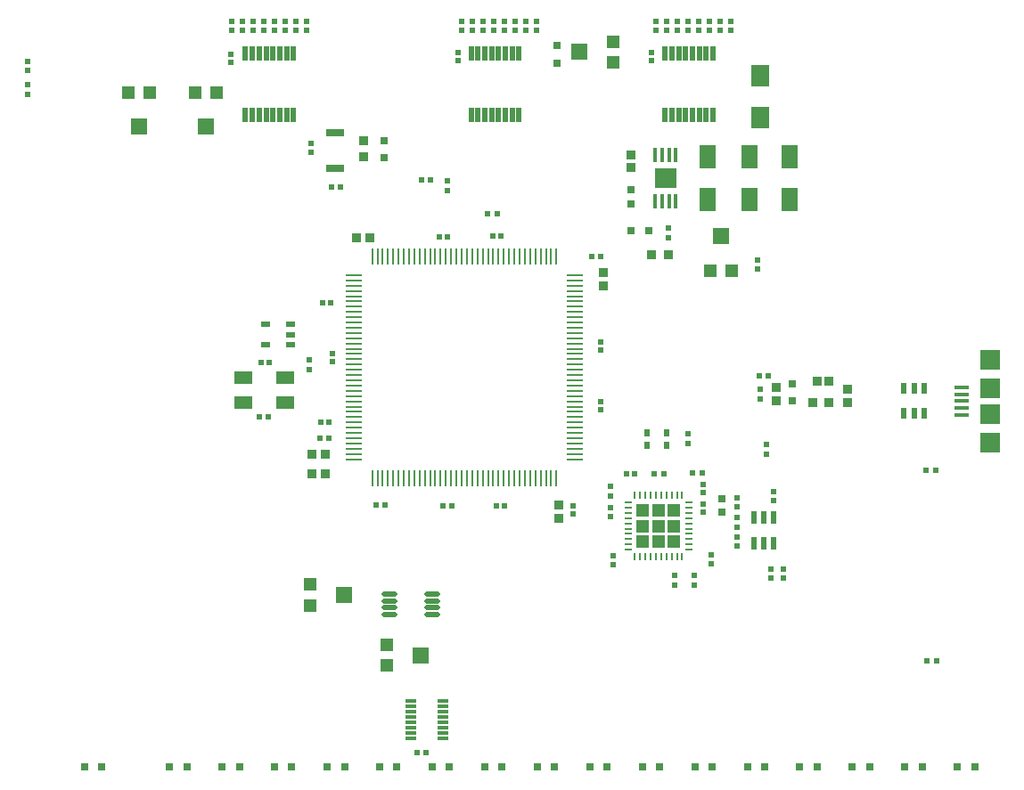
<source format=gbr>
%TF.GenerationSoftware,Altium Limited,Altium Designer,23.2.1 (34)*%
G04 Layer_Color=8421504*
%FSLAX45Y45*%
%MOMM*%
%TF.SameCoordinates,B4074A4A-24BC-461C-81CD-CAEDFDD4BDB5*%
%TF.FilePolarity,Positive*%
%TF.FileFunction,Paste,Top*%
%TF.Part,Single*%
G01*
G75*
%TA.AperFunction,SMDPad,CuDef*%
%ADD10R,1.67000X2.02000*%
%ADD11R,0.55000X0.55000*%
%ADD12R,0.55000X0.55000*%
%ADD13R,0.60000X0.80000*%
%ADD14R,0.85872X0.91213*%
%ADD15R,0.91213X0.85872*%
%ADD16R,0.60000X1.20000*%
%ADD17R,2.15000X1.84600*%
%ADD18R,0.45000X1.40000*%
G04:AMPARAMS|DCode=19|XSize=1.05mm|YSize=0.3mm|CornerRadius=0.0495mm|HoleSize=0mm|Usage=FLASHONLY|Rotation=0.000|XOffset=0mm|YOffset=0mm|HoleType=Round|Shape=RoundedRectangle|*
%AMROUNDEDRECTD19*
21,1,1.05000,0.20100,0,0,0.0*
21,1,0.95100,0.30000,0,0,0.0*
1,1,0.09900,0.47550,-0.10050*
1,1,0.09900,-0.47550,-0.10050*
1,1,0.09900,-0.47550,0.10050*
1,1,0.09900,0.47550,0.10050*
%
%ADD19ROUNDEDRECTD19*%
%ADD20R,1.80000X1.20000*%
%ADD21R,1.55000X2.20000*%
%ADD22O,0.25000X1.55000*%
%ADD23O,1.55000X0.25000*%
%ADD24R,0.90606X0.85822*%
%ADD25R,0.80000X0.80000*%
%ADD26R,0.80000X0.80000*%
%ADD27R,0.85000X0.55000*%
%ADD28R,0.65000X0.70000*%
%ADD29R,0.80606X0.85822*%
%ADD30R,1.20000X1.20000*%
%ADD31R,1.60000X1.50000*%
%ADD32R,1.20000X1.20000*%
%ADD33R,1.50000X1.60000*%
G04:AMPARAMS|DCode=34|XSize=0.25mm|YSize=0.6mm|CornerRadius=0.05mm|HoleSize=0mm|Usage=FLASHONLY|Rotation=180.000|XOffset=0mm|YOffset=0mm|HoleType=Round|Shape=RoundedRectangle|*
%AMROUNDEDRECTD34*
21,1,0.25000,0.50000,0,0,180.0*
21,1,0.15000,0.60000,0,0,180.0*
1,1,0.10000,-0.07500,0.25000*
1,1,0.10000,0.07500,0.25000*
1,1,0.10000,0.07500,-0.25000*
1,1,0.10000,-0.07500,-0.25000*
%
%ADD34ROUNDEDRECTD34*%
G04:AMPARAMS|DCode=36|XSize=0.25mm|YSize=0.6mm|CornerRadius=0.05mm|HoleSize=0mm|Usage=FLASHONLY|Rotation=90.000|XOffset=0mm|YOffset=0mm|HoleType=Round|Shape=RoundedRectangle|*
%AMROUNDEDRECTD36*
21,1,0.25000,0.50000,0,0,90.0*
21,1,0.15000,0.60000,0,0,90.0*
1,1,0.10000,0.25000,0.07500*
1,1,0.10000,0.25000,-0.07500*
1,1,0.10000,-0.25000,-0.07500*
1,1,0.10000,-0.25000,0.07500*
%
%ADD36ROUNDEDRECTD36*%
%ADD37O,1.50000X0.45000*%
%ADD38R,1.35000X0.40000*%
%ADD39R,1.90000X1.90000*%
%ADD40R,1.70000X0.80000*%
%ADD41R,0.60000X1.10000*%
%ADD42R,0.80650X0.86822*%
%ADD43R,0.86822X0.80650*%
%ADD44R,0.52000X0.52000*%
%ADD45R,0.52000X0.52000*%
G04:AMPARAMS|DCode=46|XSize=0.45mm|YSize=1.4mm|CornerRadius=0.0495mm|HoleSize=0mm|Usage=FLASHONLY|Rotation=0.000|XOffset=0mm|YOffset=0mm|HoleType=Round|Shape=RoundedRectangle|*
%AMROUNDEDRECTD46*
21,1,0.45000,1.30100,0,0,0.0*
21,1,0.35100,1.40000,0,0,0.0*
1,1,0.09900,0.17550,-0.65050*
1,1,0.09900,-0.17550,-0.65050*
1,1,0.09900,-0.17550,0.65050*
1,1,0.09900,0.17550,0.65050*
%
%ADD46ROUNDEDRECTD46*%
%TA.AperFunction,NonConductor*%
%ADD141R,1.28000X1.28000*%
%ADD142R,1.28000X1.28000*%
%ADD143R,1.28000X1.28000*%
%ADD144R,1.28000X1.28000*%
D10*
X18418600Y10295202D02*
D03*
Y9895202D02*
D03*
D11*
X15197540Y9301480D02*
D03*
X15287540D02*
D03*
X15827460Y8983980D02*
D03*
X15917461D02*
D03*
X14344099Y9235440D02*
D03*
X14434100D02*
D03*
X20090680Y4729480D02*
D03*
X20000681D02*
D03*
X17499879Y6507480D02*
D03*
X17409880D02*
D03*
X17778180Y6522720D02*
D03*
X17868179D02*
D03*
X18406259Y7442100D02*
D03*
X18496259D02*
D03*
X20083060Y6543040D02*
D03*
X19993060D02*
D03*
D12*
X15445740Y9208220D02*
D03*
Y9298220D02*
D03*
X18393600Y8455199D02*
D03*
Y8545199D02*
D03*
X17543600Y8755201D02*
D03*
Y8845202D02*
D03*
X18481039Y6701240D02*
D03*
Y6791240D02*
D03*
X18199100Y6007820D02*
D03*
Y6097820D02*
D03*
Y5912400D02*
D03*
Y5822400D02*
D03*
X18547078Y6253479D02*
D03*
Y6343479D02*
D03*
X17952721Y5744760D02*
D03*
Y5654760D02*
D03*
X17602199Y5452280D02*
D03*
Y5542280D02*
D03*
X16997681Y6191800D02*
D03*
Y6101800D02*
D03*
X17787619Y5452280D02*
D03*
Y5542280D02*
D03*
X16992603Y6301741D02*
D03*
Y6391741D02*
D03*
X17729201Y6802840D02*
D03*
Y6892840D02*
D03*
X14137640Y7501340D02*
D03*
Y7591340D02*
D03*
X18421260Y7227099D02*
D03*
Y7317099D02*
D03*
X16294099Y10724600D02*
D03*
Y10814600D02*
D03*
X14109700Y10724600D02*
D03*
Y10814600D02*
D03*
X18135600Y10724600D02*
D03*
Y10814600D02*
D03*
X16192500D02*
D03*
Y10724600D02*
D03*
X14008099Y10814600D02*
D03*
Y10724600D02*
D03*
X18034000Y10814600D02*
D03*
Y10724600D02*
D03*
X16090900Y10724600D02*
D03*
Y10814600D02*
D03*
X13906500Y10724600D02*
D03*
Y10814600D02*
D03*
X17932401Y10724600D02*
D03*
Y10814600D02*
D03*
X15989301D02*
D03*
Y10724600D02*
D03*
X13804900Y10814600D02*
D03*
Y10724600D02*
D03*
X17830800Y10814600D02*
D03*
Y10724600D02*
D03*
X15887700Y10724600D02*
D03*
Y10814600D02*
D03*
X13703300Y10724600D02*
D03*
Y10814600D02*
D03*
X17729201Y10724600D02*
D03*
Y10814600D02*
D03*
X15786099D02*
D03*
Y10724600D02*
D03*
X13601700Y10814600D02*
D03*
Y10724600D02*
D03*
X17627600Y10814600D02*
D03*
Y10724600D02*
D03*
X15684500Y10724600D02*
D03*
Y10814600D02*
D03*
X13500101Y10724600D02*
D03*
Y10814600D02*
D03*
X17525999Y10724600D02*
D03*
Y10814600D02*
D03*
X15582899D02*
D03*
Y10724600D02*
D03*
X13398500Y10814600D02*
D03*
Y10724600D02*
D03*
X17424400Y10814600D02*
D03*
Y10724600D02*
D03*
X11455400Y10118260D02*
D03*
Y10208260D02*
D03*
Y10435420D02*
D03*
Y10345420D02*
D03*
D13*
X17525002Y6780001D02*
D03*
X17345001D02*
D03*
Y6900001D02*
D03*
X17525002D02*
D03*
D14*
X17388258Y8595200D02*
D03*
X17543599D02*
D03*
X18915918Y7192101D02*
D03*
X19071260D02*
D03*
D15*
X14651041Y9678030D02*
D03*
Y9522689D02*
D03*
D16*
X18545000Y5850000D02*
D03*
X18450000D02*
D03*
X18355000D02*
D03*
Y6100000D02*
D03*
X18450000D02*
D03*
X18545000D02*
D03*
D17*
X17518600Y9320200D02*
D03*
D18*
X17421100Y9540200D02*
D03*
X17486099D02*
D03*
X17551100D02*
D03*
X17616100D02*
D03*
Y9100200D02*
D03*
X17551100D02*
D03*
X17486099D02*
D03*
X17421100D02*
D03*
D19*
X15399998Y4349999D02*
D03*
Y4300000D02*
D03*
Y4250000D02*
D03*
Y4199999D02*
D03*
Y4150000D02*
D03*
Y4099999D02*
D03*
Y4050000D02*
D03*
Y4000000D02*
D03*
X15099998D02*
D03*
Y4050000D02*
D03*
Y4099999D02*
D03*
Y4150000D02*
D03*
Y4199999D02*
D03*
Y4250000D02*
D03*
Y4300000D02*
D03*
Y4349999D02*
D03*
D20*
X13506480Y7186300D02*
D03*
X13906480D02*
D03*
Y7426300D02*
D03*
X13506480D02*
D03*
D21*
X18318600Y9525200D02*
D03*
Y9115200D02*
D03*
X18693600Y9525200D02*
D03*
Y9115200D02*
D03*
X17918600Y9525200D02*
D03*
Y9115200D02*
D03*
D22*
X14732001Y8578000D02*
D03*
X14782001D02*
D03*
X14832001D02*
D03*
X14882001D02*
D03*
X14932001D02*
D03*
X14982001D02*
D03*
X15032001D02*
D03*
X15082001D02*
D03*
X15132001D02*
D03*
X15182001D02*
D03*
X15232001D02*
D03*
X15282001D02*
D03*
X15332001D02*
D03*
X15382001D02*
D03*
X15432001D02*
D03*
X15482001D02*
D03*
X15532001D02*
D03*
X15582001D02*
D03*
X15632001D02*
D03*
X15682001D02*
D03*
X15732001D02*
D03*
X15782001D02*
D03*
X15832001D02*
D03*
X15882001D02*
D03*
X15932001D02*
D03*
X15982001D02*
D03*
X16032001D02*
D03*
X16082001D02*
D03*
X16132001D02*
D03*
X16182001D02*
D03*
X16232001D02*
D03*
X16282001D02*
D03*
X16332001D02*
D03*
X16382001D02*
D03*
X16432001D02*
D03*
X16482001D02*
D03*
Y6473000D02*
D03*
X16432001D02*
D03*
X16382001D02*
D03*
X16332001D02*
D03*
X16282001D02*
D03*
X16232001D02*
D03*
X16182001D02*
D03*
X16132001D02*
D03*
X16082001D02*
D03*
X16032001D02*
D03*
X15982001D02*
D03*
X15932001D02*
D03*
X15882001D02*
D03*
X15832001D02*
D03*
X15782001D02*
D03*
X15732001D02*
D03*
X15682001D02*
D03*
X15632001D02*
D03*
X15582001D02*
D03*
X15532001D02*
D03*
X15482001D02*
D03*
X15432001D02*
D03*
X15382001D02*
D03*
X15332001D02*
D03*
X15282001D02*
D03*
X15232001D02*
D03*
X15182001D02*
D03*
X15132001D02*
D03*
X15082001D02*
D03*
X15032001D02*
D03*
X14982001D02*
D03*
X14932001D02*
D03*
X14882001D02*
D03*
X14832001D02*
D03*
X14782001D02*
D03*
X14732001D02*
D03*
D23*
X16659500Y8400500D02*
D03*
Y8350500D02*
D03*
Y8300500D02*
D03*
Y8250500D02*
D03*
Y8200500D02*
D03*
Y8150500D02*
D03*
Y8100500D02*
D03*
Y8050500D02*
D03*
Y8000500D02*
D03*
Y7950500D02*
D03*
Y7900500D02*
D03*
Y7850500D02*
D03*
Y7800500D02*
D03*
Y7750500D02*
D03*
Y7700500D02*
D03*
Y7650500D02*
D03*
Y7600500D02*
D03*
Y7550500D02*
D03*
Y7500500D02*
D03*
Y7450500D02*
D03*
Y7400500D02*
D03*
Y7350500D02*
D03*
Y7300500D02*
D03*
Y7250500D02*
D03*
Y7200500D02*
D03*
Y7150500D02*
D03*
Y7100500D02*
D03*
Y7050500D02*
D03*
Y7000500D02*
D03*
Y6950500D02*
D03*
Y6900500D02*
D03*
Y6850500D02*
D03*
Y6800500D02*
D03*
Y6750500D02*
D03*
Y6700500D02*
D03*
Y6650500D02*
D03*
X14554500D02*
D03*
Y6700500D02*
D03*
Y6750500D02*
D03*
Y6800500D02*
D03*
Y6850500D02*
D03*
Y6900500D02*
D03*
Y6950500D02*
D03*
Y7000500D02*
D03*
Y7050500D02*
D03*
Y7100500D02*
D03*
Y7150500D02*
D03*
Y7200500D02*
D03*
Y7250500D02*
D03*
Y7300500D02*
D03*
Y7350500D02*
D03*
Y7400500D02*
D03*
Y7450500D02*
D03*
Y7500500D02*
D03*
Y7550500D02*
D03*
Y7600500D02*
D03*
Y7650500D02*
D03*
Y7700500D02*
D03*
Y7750500D02*
D03*
Y7800500D02*
D03*
Y7850500D02*
D03*
Y7900500D02*
D03*
Y7950500D02*
D03*
Y8000500D02*
D03*
Y8050500D02*
D03*
Y8100500D02*
D03*
Y8150500D02*
D03*
Y8200500D02*
D03*
Y8250500D02*
D03*
Y8300500D02*
D03*
Y8350500D02*
D03*
Y8400500D02*
D03*
D24*
X19071262Y7392098D02*
D03*
X18956044D02*
D03*
D25*
X17358598Y8820199D02*
D03*
X17193599D02*
D03*
X19957500Y3725000D02*
D03*
X19792500D02*
D03*
X18959341D02*
D03*
X18794341D02*
D03*
X17961182D02*
D03*
X17796182D02*
D03*
X16963023D02*
D03*
X16798022D02*
D03*
X15964864D02*
D03*
X15799864D02*
D03*
X14966705D02*
D03*
X14801704D02*
D03*
X13968546Y3725003D02*
D03*
X13803546D02*
D03*
X12970387Y3725000D02*
D03*
X12805386D02*
D03*
X12164998Y3724998D02*
D03*
X11999998D02*
D03*
X20292500Y3725000D02*
D03*
X20457500D02*
D03*
X19294341D02*
D03*
X19459341D02*
D03*
X18296182D02*
D03*
X18461182D02*
D03*
X17298022D02*
D03*
X17463023D02*
D03*
X16299864D02*
D03*
X16464864D02*
D03*
X15301704D02*
D03*
X15466705D02*
D03*
X14303546D02*
D03*
X14468546D02*
D03*
X13305386D02*
D03*
X13470387D02*
D03*
D26*
X18721260Y7202099D02*
D03*
Y7367099D02*
D03*
X14846300Y9681160D02*
D03*
Y9516160D02*
D03*
X16484599Y10582860D02*
D03*
Y10417860D02*
D03*
D27*
X13715421Y7740900D02*
D03*
Y7930900D02*
D03*
X13960420D02*
D03*
Y7835900D02*
D03*
Y7740900D02*
D03*
D28*
X17193600Y9080200D02*
D03*
Y9210200D02*
D03*
X18049997Y6274999D02*
D03*
Y6144999D02*
D03*
D29*
X14287498Y6512561D02*
D03*
X14162282D02*
D03*
D30*
X18143600Y8445202D02*
D03*
X17943600D02*
D03*
X13052119Y10136960D02*
D03*
X13252119D02*
D03*
X12418720Y10134600D02*
D03*
X12618720D02*
D03*
D31*
X18043600Y8770202D02*
D03*
X13152119Y9811960D02*
D03*
X12518720Y9809600D02*
D03*
D32*
X14142900Y5259400D02*
D03*
Y5459400D02*
D03*
X14866800Y4687900D02*
D03*
Y4887900D02*
D03*
X17020300Y10620680D02*
D03*
Y10420680D02*
D03*
D33*
X14467900Y5359400D02*
D03*
X15191800Y4787900D02*
D03*
X16695300Y10520680D02*
D03*
D34*
X17676698Y5725598D02*
D03*
X17626698D02*
D03*
X17576698D02*
D03*
X17526698D02*
D03*
X17476698D02*
D03*
X17426698D02*
D03*
X17376698D02*
D03*
X17326698D02*
D03*
X17276698D02*
D03*
X17226698Y6305598D02*
D03*
X17276698D02*
D03*
X17326698D02*
D03*
X17376698D02*
D03*
X17426698D02*
D03*
X17476698D02*
D03*
X17526698D02*
D03*
X17576698D02*
D03*
X17626698D02*
D03*
X17676698D02*
D03*
X17226698Y5725598D02*
D03*
D36*
X17161697Y5790598D02*
D03*
Y5840598D02*
D03*
Y5890598D02*
D03*
Y5940598D02*
D03*
Y5990598D02*
D03*
Y6040598D02*
D03*
Y6090598D02*
D03*
Y6140598D02*
D03*
Y6190598D02*
D03*
Y6240598D02*
D03*
X17741699D02*
D03*
Y6190598D02*
D03*
Y6140598D02*
D03*
Y6090598D02*
D03*
Y6040598D02*
D03*
Y5990598D02*
D03*
Y5940598D02*
D03*
Y5890598D02*
D03*
Y5840598D02*
D03*
Y5790598D02*
D03*
D37*
X15302800Y5173000D02*
D03*
Y5238000D02*
D03*
Y5303000D02*
D03*
Y5368000D02*
D03*
X14897800Y5173000D02*
D03*
Y5238000D02*
D03*
Y5303000D02*
D03*
Y5368000D02*
D03*
D38*
X20334100Y7072603D02*
D03*
Y7332603D02*
D03*
Y7137602D02*
D03*
Y7202603D02*
D03*
Y7267603D02*
D03*
D39*
X20601601Y6807603D02*
D03*
Y7082603D02*
D03*
Y7322603D02*
D03*
Y7597603D02*
D03*
D40*
X14381480Y9755960D02*
D03*
Y9415960D02*
D03*
D41*
X19975000Y7085000D02*
D03*
X19880000D02*
D03*
X19785001D02*
D03*
Y7325000D02*
D03*
X19880000D02*
D03*
X19975000D02*
D03*
D42*
X14708226Y8757920D02*
D03*
X14583054D02*
D03*
X14286586Y6695440D02*
D03*
X14161414D02*
D03*
D43*
X16924998Y8300002D02*
D03*
Y8425173D02*
D03*
X16502380Y6211926D02*
D03*
Y6086754D02*
D03*
X17193600Y9545370D02*
D03*
Y9420199D02*
D03*
X19246260Y7317269D02*
D03*
Y7192098D02*
D03*
X18571260Y7329686D02*
D03*
Y7204514D02*
D03*
D44*
X13673460Y7571740D02*
D03*
X13753461D02*
D03*
X13661398Y7053578D02*
D03*
X13741399D02*
D03*
X15405099Y6206500D02*
D03*
X15485100D02*
D03*
X14257660Y8140700D02*
D03*
X14337660D02*
D03*
X14240521Y7005322D02*
D03*
X14320522D02*
D03*
X14772000Y6219200D02*
D03*
X14852000D02*
D03*
X15911200Y6206500D02*
D03*
X15991200D02*
D03*
X16900003Y8575002D02*
D03*
X16820003D02*
D03*
X15955640Y8770620D02*
D03*
X15875639D02*
D03*
X15450180Y8765540D02*
D03*
X15370180D02*
D03*
X14237981Y6847838D02*
D03*
X14317979D02*
D03*
X17228180Y6507480D02*
D03*
X17148180D02*
D03*
X15239204Y3858104D02*
D03*
X15159204D02*
D03*
D45*
X14353540Y7654920D02*
D03*
Y7574920D02*
D03*
X16900000Y7685000D02*
D03*
Y7764999D02*
D03*
X16900003Y7120002D02*
D03*
Y7200002D02*
D03*
X16642081Y6127120D02*
D03*
Y6207120D02*
D03*
X17873979Y6144258D02*
D03*
Y6224258D02*
D03*
X17020540Y5732140D02*
D03*
Y5652140D02*
D03*
X18519141Y5601960D02*
D03*
Y5521960D02*
D03*
X18641060Y5605140D02*
D03*
Y5525140D02*
D03*
X17873981Y6411603D02*
D03*
Y6331603D02*
D03*
X18201639Y6200139D02*
D03*
Y6280139D02*
D03*
X14151520Y9650000D02*
D03*
Y9570000D02*
D03*
X15544800Y10517500D02*
D03*
Y10437500D02*
D03*
X17386301Y10519400D02*
D03*
Y10439400D02*
D03*
X13390880Y10499720D02*
D03*
Y10419720D02*
D03*
D46*
X13528680Y9920238D02*
D03*
X13593680D02*
D03*
X13658681D02*
D03*
X13723680D02*
D03*
X13788680D02*
D03*
X13853680D02*
D03*
X13918680D02*
D03*
X13983681D02*
D03*
X13528680Y10510238D02*
D03*
X13593680D02*
D03*
X13658681D02*
D03*
X13723680D02*
D03*
X13788680D02*
D03*
X13853680D02*
D03*
X13918680D02*
D03*
X13983681D02*
D03*
X15672900Y9920238D02*
D03*
X15737900D02*
D03*
X15802901D02*
D03*
X15867900D02*
D03*
X15932899D02*
D03*
X15997900D02*
D03*
X16062900D02*
D03*
X16127901D02*
D03*
X15672900Y10510238D02*
D03*
X15737900D02*
D03*
X15802901D02*
D03*
X15867900D02*
D03*
X15932899D02*
D03*
X15997900D02*
D03*
X16062900D02*
D03*
X16127901D02*
D03*
X17514400Y9920238D02*
D03*
X17579401D02*
D03*
X17644400D02*
D03*
X17709399D02*
D03*
X17774400D02*
D03*
X17839400D02*
D03*
X17904401D02*
D03*
X17969400D02*
D03*
X17514400Y10510238D02*
D03*
X17579401D02*
D03*
X17644400D02*
D03*
X17709399D02*
D03*
X17774400D02*
D03*
X17839400D02*
D03*
X17904401D02*
D03*
X17969400D02*
D03*
D141*
X17451698Y6015598D02*
D03*
X17303700Y6163597D02*
D03*
X17599696Y5867599D02*
D03*
D142*
X17451698Y6163597D02*
D03*
X17599698Y6015598D02*
D03*
D143*
X17451698Y5867598D02*
D03*
X17303699Y6015598D02*
D03*
D144*
X17303699Y5867599D02*
D03*
X17599696Y6163597D02*
D03*
%TF.MD5,c48233f494162351767f275b052dacee*%
M02*

</source>
